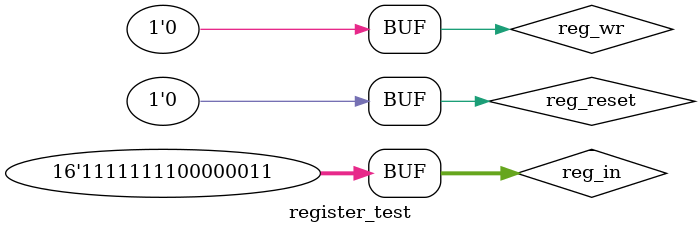
<source format=sv>
`timescale 1 ns / 10 ps

module register_test#(
        parameter WIDTH = 16
    );

    logic [WIDTH - 1:0] reg_in;
    logic reg_wr, reg_reset;
    logic clock;
    logic [WIDTH - 1:0] reg_out;

    clock_generator GCLOCK(clock);

    register register0(
        .reg_in(reg_in), 
        .reg_wr(reg_wr), 
        .reg_reset(reg_reset), 
        .clock(clock), 
        .reg_out(reg_out)
    );

    initial
    begin 
        reg_wr=1'b0; 
        reg_reset=1'b1;
        reg_in = 16'b0000000000110010;
        #2	reg_reset=1'b0;
            reg_wr=1'b1;
        #2	reg_wr=1'b0;
        #2	reg_reset=1'b1;
        #2	reg_reset=1'b0;
        #2	reg_in = 16'b1111110110010010;
        #2	reg_wr=1'b1;
        #2	reg_wr=1'b0;
        #2	reg_in = 16'b1111111000010011;
        #2	reg_in = 16'b0000000010010000;
        #2	reg_reset=1'b1;
        #2	reg_reset=1'b0;
        #2 reg_in = 16'b1111111100000011;	
    end
endmodule 
</source>
